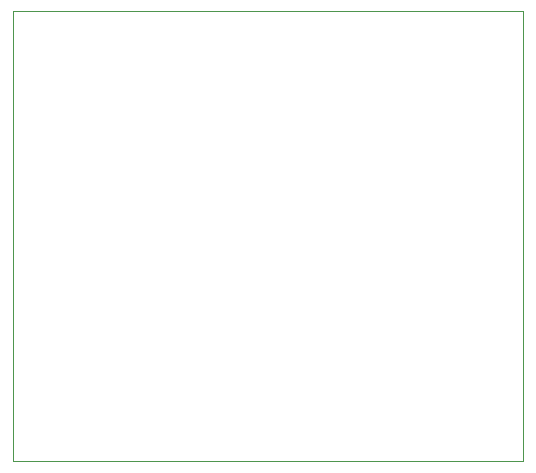
<source format=gbr>
G04 #@! TF.GenerationSoftware,KiCad,Pcbnew,5.1.5-52549c5~84~ubuntu18.04.1*
G04 #@! TF.CreationDate,2020-03-18T13:42:57+01:00*
G04 #@! TF.ProjectId,esp32_breakout,65737033-325f-4627-9265-616b6f75742e,rev?*
G04 #@! TF.SameCoordinates,Original*
G04 #@! TF.FileFunction,Profile,NP*
%FSLAX46Y46*%
G04 Gerber Fmt 4.6, Leading zero omitted, Abs format (unit mm)*
G04 Created by KiCad (PCBNEW 5.1.5-52549c5~84~ubuntu18.04.1) date 2020-03-18 13:42:57*
%MOMM*%
%LPD*%
G04 APERTURE LIST*
%ADD10C,0.050000*%
G04 APERTURE END LIST*
D10*
X55880000Y-101600000D02*
X99060000Y-101600000D01*
X55880000Y-63500000D02*
X55880000Y-101600000D01*
X99060000Y-63500000D02*
X99060000Y-101600000D01*
X55880000Y-63500000D02*
X99060000Y-63500000D01*
M02*

</source>
